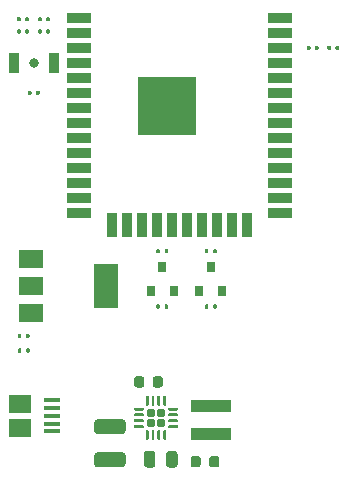
<source format=gtp>
G04 #@! TF.GenerationSoftware,KiCad,Pcbnew,(5.1.9)-1*
G04 #@! TF.CreationDate,2021-01-17T23:25:33+08:00*
G04 #@! TF.ProjectId,esp-break,6573702d-6272-4656-916b-2e6b69636164,rev?*
G04 #@! TF.SameCoordinates,Original*
G04 #@! TF.FileFunction,Paste,Top*
G04 #@! TF.FilePolarity,Positive*
%FSLAX46Y46*%
G04 Gerber Fmt 4.6, Leading zero omitted, Abs format (unit mm)*
G04 Created by KiCad (PCBNEW (5.1.9)-1) date 2021-01-17 23:25:33*
%MOMM*%
%LPD*%
G01*
G04 APERTURE LIST*
%ADD10R,0.900000X1.700000*%
%ADD11C,0.800000*%
%ADD12R,5.000000X5.000000*%
%ADD13R,2.000000X0.900000*%
%ADD14R,0.900000X2.000000*%
%ADD15R,0.800000X0.900000*%
%ADD16R,1.900000X1.500000*%
%ADD17R,1.350000X0.400000*%
%ADD18R,3.400000X0.980000*%
%ADD19R,2.000000X3.800000*%
%ADD20R,2.000000X1.500000*%
G04 APERTURE END LIST*
G36*
G01*
X114310000Y-89456250D02*
X114310000Y-88943750D01*
G75*
G02*
X114528750Y-88725000I218750J0D01*
G01*
X114966250Y-88725000D01*
G75*
G02*
X115185000Y-88943750I0J-218750D01*
G01*
X115185000Y-89456250D01*
G75*
G02*
X114966250Y-89675000I-218750J0D01*
G01*
X114528750Y-89675000D01*
G75*
G02*
X114310000Y-89456250I0J218750D01*
G01*
G37*
G36*
G01*
X112735000Y-89456250D02*
X112735000Y-88943750D01*
G75*
G02*
X112953750Y-88725000I218750J0D01*
G01*
X113391250Y-88725000D01*
G75*
G02*
X113610000Y-88943750I0J-218750D01*
G01*
X113610000Y-89456250D01*
G75*
G02*
X113391250Y-89675000I-218750J0D01*
G01*
X112953750Y-89675000D01*
G75*
G02*
X112735000Y-89456250I0J218750D01*
G01*
G37*
D10*
X105967000Y-62175000D03*
X102567000Y-62175000D03*
D11*
X104267000Y-62175000D03*
D12*
X115575000Y-65870000D03*
D13*
X108075000Y-58370000D03*
X108075000Y-59640000D03*
X108075000Y-60910000D03*
X108075000Y-62180000D03*
X108075000Y-63450000D03*
X108075000Y-64720000D03*
X108075000Y-65990000D03*
X108075000Y-67260000D03*
X108075000Y-68530000D03*
X108075000Y-69800000D03*
X108075000Y-71070000D03*
X108075000Y-72340000D03*
X108075000Y-73610000D03*
X108075000Y-74880000D03*
D14*
X110860000Y-75880000D03*
X112130000Y-75880000D03*
X113400000Y-75880000D03*
X114670000Y-75880000D03*
X115940000Y-75880000D03*
X117210000Y-75880000D03*
X118480000Y-75880000D03*
X119750000Y-75880000D03*
X121020000Y-75880000D03*
X122290000Y-75880000D03*
D13*
X125075000Y-74880000D03*
X125075000Y-73610000D03*
X125075000Y-72340000D03*
X125075000Y-71070000D03*
X125075000Y-69800000D03*
X125075000Y-68530000D03*
X125075000Y-67260000D03*
X125075000Y-65990000D03*
X125075000Y-64720000D03*
X125075000Y-63450000D03*
X125075000Y-62180000D03*
X125075000Y-60910000D03*
X125075000Y-59640000D03*
X125075000Y-58370000D03*
D15*
X115138660Y-79495980D03*
X116088660Y-81495980D03*
X114188660Y-81495980D03*
X118276300Y-81472740D03*
X120176300Y-81472740D03*
X119226300Y-79472740D03*
G36*
G01*
X103904000Y-85199500D02*
X103904000Y-85400500D01*
G75*
G02*
X103824500Y-85480000I-79500J0D01*
G01*
X103665500Y-85480000D01*
G75*
G02*
X103586000Y-85400500I0J79500D01*
G01*
X103586000Y-85199500D01*
G75*
G02*
X103665500Y-85120000I79500J0D01*
G01*
X103824500Y-85120000D01*
G75*
G02*
X103904000Y-85199500I0J-79500D01*
G01*
G37*
G36*
G01*
X103214000Y-85199500D02*
X103214000Y-85400500D01*
G75*
G02*
X103134500Y-85480000I-79500J0D01*
G01*
X102975500Y-85480000D01*
G75*
G02*
X102896000Y-85400500I0J79500D01*
G01*
X102896000Y-85199500D01*
G75*
G02*
X102975500Y-85120000I79500J0D01*
G01*
X103134500Y-85120000D01*
G75*
G02*
X103214000Y-85199500I0J-79500D01*
G01*
G37*
G36*
G01*
X103214000Y-86449500D02*
X103214000Y-86650500D01*
G75*
G02*
X103134500Y-86730000I-79500J0D01*
G01*
X102975500Y-86730000D01*
G75*
G02*
X102896000Y-86650500I0J79500D01*
G01*
X102896000Y-86449500D01*
G75*
G02*
X102975500Y-86370000I79500J0D01*
G01*
X103134500Y-86370000D01*
G75*
G02*
X103214000Y-86449500I0J-79500D01*
G01*
G37*
G36*
G01*
X103904000Y-86449500D02*
X103904000Y-86650500D01*
G75*
G02*
X103824500Y-86730000I-79500J0D01*
G01*
X103665500Y-86730000D01*
G75*
G02*
X103586000Y-86650500I0J79500D01*
G01*
X103586000Y-86449500D01*
G75*
G02*
X103665500Y-86370000I79500J0D01*
G01*
X103824500Y-86370000D01*
G75*
G02*
X103904000Y-86449500I0J-79500D01*
G01*
G37*
G36*
G01*
X103829000Y-58399500D02*
X103829000Y-58600500D01*
G75*
G02*
X103749500Y-58680000I-79500J0D01*
G01*
X103590500Y-58680000D01*
G75*
G02*
X103511000Y-58600500I0J79500D01*
G01*
X103511000Y-58399500D01*
G75*
G02*
X103590500Y-58320000I79500J0D01*
G01*
X103749500Y-58320000D01*
G75*
G02*
X103829000Y-58399500I0J-79500D01*
G01*
G37*
G36*
G01*
X103139000Y-58399500D02*
X103139000Y-58600500D01*
G75*
G02*
X103059500Y-58680000I-79500J0D01*
G01*
X102900500Y-58680000D01*
G75*
G02*
X102821000Y-58600500I0J79500D01*
G01*
X102821000Y-58399500D01*
G75*
G02*
X102900500Y-58320000I79500J0D01*
G01*
X103059500Y-58320000D01*
G75*
G02*
X103139000Y-58399500I0J-79500D01*
G01*
G37*
G36*
G01*
X103139000Y-59424500D02*
X103139000Y-59625500D01*
G75*
G02*
X103059500Y-59705000I-79500J0D01*
G01*
X102900500Y-59705000D01*
G75*
G02*
X102821000Y-59625500I0J79500D01*
G01*
X102821000Y-59424500D01*
G75*
G02*
X102900500Y-59345000I79500J0D01*
G01*
X103059500Y-59345000D01*
G75*
G02*
X103139000Y-59424500I0J-79500D01*
G01*
G37*
G36*
G01*
X103829000Y-59424500D02*
X103829000Y-59625500D01*
G75*
G02*
X103749500Y-59705000I-79500J0D01*
G01*
X103590500Y-59705000D01*
G75*
G02*
X103511000Y-59625500I0J79500D01*
G01*
X103511000Y-59424500D01*
G75*
G02*
X103590500Y-59345000I79500J0D01*
G01*
X103749500Y-59345000D01*
G75*
G02*
X103829000Y-59424500I0J-79500D01*
G01*
G37*
G36*
G01*
X105311000Y-58600500D02*
X105311000Y-58399500D01*
G75*
G02*
X105390500Y-58320000I79500J0D01*
G01*
X105549500Y-58320000D01*
G75*
G02*
X105629000Y-58399500I0J-79500D01*
G01*
X105629000Y-58600500D01*
G75*
G02*
X105549500Y-58680000I-79500J0D01*
G01*
X105390500Y-58680000D01*
G75*
G02*
X105311000Y-58600500I0J79500D01*
G01*
G37*
G36*
G01*
X104621000Y-58600500D02*
X104621000Y-58399500D01*
G75*
G02*
X104700500Y-58320000I79500J0D01*
G01*
X104859500Y-58320000D01*
G75*
G02*
X104939000Y-58399500I0J-79500D01*
G01*
X104939000Y-58600500D01*
G75*
G02*
X104859500Y-58680000I-79500J0D01*
G01*
X104700500Y-58680000D01*
G75*
G02*
X104621000Y-58600500I0J79500D01*
G01*
G37*
G36*
G01*
X103746000Y-64825500D02*
X103746000Y-64624500D01*
G75*
G02*
X103825500Y-64545000I79500J0D01*
G01*
X103984500Y-64545000D01*
G75*
G02*
X104064000Y-64624500I0J-79500D01*
G01*
X104064000Y-64825500D01*
G75*
G02*
X103984500Y-64905000I-79500J0D01*
G01*
X103825500Y-64905000D01*
G75*
G02*
X103746000Y-64825500I0J79500D01*
G01*
G37*
G36*
G01*
X104436000Y-64825500D02*
X104436000Y-64624500D01*
G75*
G02*
X104515500Y-64545000I79500J0D01*
G01*
X104674500Y-64545000D01*
G75*
G02*
X104754000Y-64624500I0J-79500D01*
G01*
X104754000Y-64825500D01*
G75*
G02*
X104674500Y-64905000I-79500J0D01*
G01*
X104515500Y-64905000D01*
G75*
G02*
X104436000Y-64825500I0J79500D01*
G01*
G37*
G36*
G01*
X130104000Y-60824500D02*
X130104000Y-61025500D01*
G75*
G02*
X130024500Y-61105000I-79500J0D01*
G01*
X129865500Y-61105000D01*
G75*
G02*
X129786000Y-61025500I0J79500D01*
G01*
X129786000Y-60824500D01*
G75*
G02*
X129865500Y-60745000I79500J0D01*
G01*
X130024500Y-60745000D01*
G75*
G02*
X130104000Y-60824500I0J-79500D01*
G01*
G37*
G36*
G01*
X129414000Y-60824500D02*
X129414000Y-61025500D01*
G75*
G02*
X129334500Y-61105000I-79500J0D01*
G01*
X129175500Y-61105000D01*
G75*
G02*
X129096000Y-61025500I0J79500D01*
G01*
X129096000Y-60824500D01*
G75*
G02*
X129175500Y-60745000I79500J0D01*
G01*
X129334500Y-60745000D01*
G75*
G02*
X129414000Y-60824500I0J-79500D01*
G01*
G37*
D16*
X103054900Y-93075000D03*
D17*
X105754900Y-91425000D03*
X105754900Y-90775000D03*
X105754900Y-93375000D03*
X105754900Y-92725000D03*
X105754900Y-92075000D03*
D16*
X103054900Y-91075000D03*
G36*
G01*
X105634000Y-59424500D02*
X105634000Y-59625500D01*
G75*
G02*
X105554500Y-59705000I-79500J0D01*
G01*
X105395500Y-59705000D01*
G75*
G02*
X105316000Y-59625500I0J79500D01*
G01*
X105316000Y-59424500D01*
G75*
G02*
X105395500Y-59345000I79500J0D01*
G01*
X105554500Y-59345000D01*
G75*
G02*
X105634000Y-59424500I0J-79500D01*
G01*
G37*
G36*
G01*
X104944000Y-59424500D02*
X104944000Y-59625500D01*
G75*
G02*
X104864500Y-59705000I-79500J0D01*
G01*
X104705500Y-59705000D01*
G75*
G02*
X104626000Y-59625500I0J79500D01*
G01*
X104626000Y-59424500D01*
G75*
G02*
X104705500Y-59345000I79500J0D01*
G01*
X104864500Y-59345000D01*
G75*
G02*
X104944000Y-59424500I0J-79500D01*
G01*
G37*
G36*
G01*
X127689000Y-60824500D02*
X127689000Y-61025500D01*
G75*
G02*
X127609500Y-61105000I-79500J0D01*
G01*
X127450500Y-61105000D01*
G75*
G02*
X127371000Y-61025500I0J79500D01*
G01*
X127371000Y-60824500D01*
G75*
G02*
X127450500Y-60745000I79500J0D01*
G01*
X127609500Y-60745000D01*
G75*
G02*
X127689000Y-60824500I0J-79500D01*
G01*
G37*
G36*
G01*
X128379000Y-60824500D02*
X128379000Y-61025500D01*
G75*
G02*
X128299500Y-61105000I-79500J0D01*
G01*
X128140500Y-61105000D01*
G75*
G02*
X128061000Y-61025500I0J79500D01*
G01*
X128061000Y-60824500D01*
G75*
G02*
X128140500Y-60745000I79500J0D01*
G01*
X128299500Y-60745000D01*
G75*
G02*
X128379000Y-60824500I0J-79500D01*
G01*
G37*
G36*
G01*
X115324660Y-82921480D02*
X115324660Y-82720480D01*
G75*
G02*
X115404160Y-82640980I79500J0D01*
G01*
X115563160Y-82640980D01*
G75*
G02*
X115642660Y-82720480I0J-79500D01*
G01*
X115642660Y-82921480D01*
G75*
G02*
X115563160Y-83000980I-79500J0D01*
G01*
X115404160Y-83000980D01*
G75*
G02*
X115324660Y-82921480I0J79500D01*
G01*
G37*
G36*
G01*
X114634660Y-82921480D02*
X114634660Y-82720480D01*
G75*
G02*
X114714160Y-82640980I79500J0D01*
G01*
X114873160Y-82640980D01*
G75*
G02*
X114952660Y-82720480I0J-79500D01*
G01*
X114952660Y-82921480D01*
G75*
G02*
X114873160Y-83000980I-79500J0D01*
G01*
X114714160Y-83000980D01*
G75*
G02*
X114634660Y-82921480I0J79500D01*
G01*
G37*
G36*
G01*
X115642660Y-78045480D02*
X115642660Y-78246480D01*
G75*
G02*
X115563160Y-78325980I-79500J0D01*
G01*
X115404160Y-78325980D01*
G75*
G02*
X115324660Y-78246480I0J79500D01*
G01*
X115324660Y-78045480D01*
G75*
G02*
X115404160Y-77965980I79500J0D01*
G01*
X115563160Y-77965980D01*
G75*
G02*
X115642660Y-78045480I0J-79500D01*
G01*
G37*
G36*
G01*
X114952660Y-78045480D02*
X114952660Y-78246480D01*
G75*
G02*
X114873160Y-78325980I-79500J0D01*
G01*
X114714160Y-78325980D01*
G75*
G02*
X114634660Y-78246480I0J79500D01*
G01*
X114634660Y-78045480D01*
G75*
G02*
X114714160Y-77965980I79500J0D01*
G01*
X114873160Y-77965980D01*
G75*
G02*
X114952660Y-78045480I0J-79500D01*
G01*
G37*
G36*
G01*
X119418100Y-82923240D02*
X119418100Y-82722240D01*
G75*
G02*
X119497600Y-82642740I79500J0D01*
G01*
X119656600Y-82642740D01*
G75*
G02*
X119736100Y-82722240I0J-79500D01*
G01*
X119736100Y-82923240D01*
G75*
G02*
X119656600Y-83002740I-79500J0D01*
G01*
X119497600Y-83002740D01*
G75*
G02*
X119418100Y-82923240I0J79500D01*
G01*
G37*
G36*
G01*
X118728100Y-82923240D02*
X118728100Y-82722240D01*
G75*
G02*
X118807600Y-82642740I79500J0D01*
G01*
X118966600Y-82642740D01*
G75*
G02*
X119046100Y-82722240I0J-79500D01*
G01*
X119046100Y-82923240D01*
G75*
G02*
X118966600Y-83002740I-79500J0D01*
G01*
X118807600Y-83002740D01*
G75*
G02*
X118728100Y-82923240I0J79500D01*
G01*
G37*
G36*
G01*
X118728100Y-78248240D02*
X118728100Y-78047240D01*
G75*
G02*
X118807600Y-77967740I79500J0D01*
G01*
X118966600Y-77967740D01*
G75*
G02*
X119046100Y-78047240I0J-79500D01*
G01*
X119046100Y-78248240D01*
G75*
G02*
X118966600Y-78327740I-79500J0D01*
G01*
X118807600Y-78327740D01*
G75*
G02*
X118728100Y-78248240I0J79500D01*
G01*
G37*
G36*
G01*
X119418100Y-78248240D02*
X119418100Y-78047240D01*
G75*
G02*
X119497600Y-77967740I79500J0D01*
G01*
X119656600Y-77967740D01*
G75*
G02*
X119736100Y-78047240I0J-79500D01*
G01*
X119736100Y-78248240D01*
G75*
G02*
X119656600Y-78327740I-79500J0D01*
G01*
X119497600Y-78327740D01*
G75*
G02*
X119418100Y-78248240I0J79500D01*
G01*
G37*
G36*
G01*
X109625000Y-92375000D02*
X111775000Y-92375000D01*
G75*
G02*
X112025000Y-92625000I0J-250000D01*
G01*
X112025000Y-93375000D01*
G75*
G02*
X111775000Y-93625000I-250000J0D01*
G01*
X109625000Y-93625000D01*
G75*
G02*
X109375000Y-93375000I0J250000D01*
G01*
X109375000Y-92625000D01*
G75*
G02*
X109625000Y-92375000I250000J0D01*
G01*
G37*
G36*
G01*
X109625000Y-95175000D02*
X111775000Y-95175000D01*
G75*
G02*
X112025000Y-95425000I0J-250000D01*
G01*
X112025000Y-96175000D01*
G75*
G02*
X111775000Y-96425000I-250000J0D01*
G01*
X109625000Y-96425000D01*
G75*
G02*
X109375000Y-96175000I0J250000D01*
G01*
X109375000Y-95425000D01*
G75*
G02*
X109625000Y-95175000I250000J0D01*
G01*
G37*
G36*
G01*
X116425000Y-95293750D02*
X116425000Y-96206250D01*
G75*
G02*
X116181250Y-96450000I-243750J0D01*
G01*
X115693750Y-96450000D01*
G75*
G02*
X115450000Y-96206250I0J243750D01*
G01*
X115450000Y-95293750D01*
G75*
G02*
X115693750Y-95050000I243750J0D01*
G01*
X116181250Y-95050000D01*
G75*
G02*
X116425000Y-95293750I0J-243750D01*
G01*
G37*
G36*
G01*
X114550000Y-95293750D02*
X114550000Y-96206250D01*
G75*
G02*
X114306250Y-96450000I-243750J0D01*
G01*
X113818750Y-96450000D01*
G75*
G02*
X113575000Y-96206250I0J243750D01*
G01*
X113575000Y-95293750D01*
G75*
G02*
X113818750Y-95050000I243750J0D01*
G01*
X114306250Y-95050000D01*
G75*
G02*
X114550000Y-95293750I0J-243750D01*
G01*
G37*
D18*
X119300000Y-91215000D03*
X119300000Y-93585000D03*
G36*
G01*
X117525000Y-96206250D02*
X117525000Y-95693750D01*
G75*
G02*
X117743750Y-95475000I218750J0D01*
G01*
X118181250Y-95475000D01*
G75*
G02*
X118400000Y-95693750I0J-218750D01*
G01*
X118400000Y-96206250D01*
G75*
G02*
X118181250Y-96425000I-218750J0D01*
G01*
X117743750Y-96425000D01*
G75*
G02*
X117525000Y-96206250I0J218750D01*
G01*
G37*
G36*
G01*
X119100000Y-96206250D02*
X119100000Y-95693750D01*
G75*
G02*
X119318750Y-95475000I218750J0D01*
G01*
X119756250Y-95475000D01*
G75*
G02*
X119975000Y-95693750I0J-218750D01*
G01*
X119975000Y-96206250D01*
G75*
G02*
X119756250Y-96425000I-218750J0D01*
G01*
X119318750Y-96425000D01*
G75*
G02*
X119100000Y-96206250I0J218750D01*
G01*
G37*
G36*
G01*
X115385000Y-92487500D02*
X115385000Y-92852500D01*
G75*
G02*
X115202500Y-93035000I-182500J0D01*
G01*
X114837500Y-93035000D01*
G75*
G02*
X114655000Y-92852500I0J182500D01*
G01*
X114655000Y-92487500D01*
G75*
G02*
X114837500Y-92305000I182500J0D01*
G01*
X115202500Y-92305000D01*
G75*
G02*
X115385000Y-92487500I0J-182500D01*
G01*
G37*
G36*
G01*
X115385000Y-91647500D02*
X115385000Y-92012500D01*
G75*
G02*
X115202500Y-92195000I-182500J0D01*
G01*
X114837500Y-92195000D01*
G75*
G02*
X114655000Y-92012500I0J182500D01*
G01*
X114655000Y-91647500D01*
G75*
G02*
X114837500Y-91465000I182500J0D01*
G01*
X115202500Y-91465000D01*
G75*
G02*
X115385000Y-91647500I0J-182500D01*
G01*
G37*
G36*
G01*
X114545000Y-92487500D02*
X114545000Y-92852500D01*
G75*
G02*
X114362500Y-93035000I-182500J0D01*
G01*
X113997500Y-93035000D01*
G75*
G02*
X113815000Y-92852500I0J182500D01*
G01*
X113815000Y-92487500D01*
G75*
G02*
X113997500Y-92305000I182500J0D01*
G01*
X114362500Y-92305000D01*
G75*
G02*
X114545000Y-92487500I0J-182500D01*
G01*
G37*
G36*
G01*
X114545000Y-91647500D02*
X114545000Y-92012500D01*
G75*
G02*
X114362500Y-92195000I-182500J0D01*
G01*
X113997500Y-92195000D01*
G75*
G02*
X113815000Y-92012500I0J182500D01*
G01*
X113815000Y-91647500D01*
G75*
G02*
X113997500Y-91465000I182500J0D01*
G01*
X114362500Y-91465000D01*
G75*
G02*
X114545000Y-91647500I0J-182500D01*
G01*
G37*
G36*
G01*
X116475000Y-92937500D02*
X116475000Y-93062500D01*
G75*
G02*
X116412500Y-93125000I-62500J0D01*
G01*
X115712500Y-93125000D01*
G75*
G02*
X115650000Y-93062500I0J62500D01*
G01*
X115650000Y-92937500D01*
G75*
G02*
X115712500Y-92875000I62500J0D01*
G01*
X116412500Y-92875000D01*
G75*
G02*
X116475000Y-92937500I0J-62500D01*
G01*
G37*
G36*
G01*
X116475000Y-92437500D02*
X116475000Y-92562500D01*
G75*
G02*
X116412500Y-92625000I-62500J0D01*
G01*
X115712500Y-92625000D01*
G75*
G02*
X115650000Y-92562500I0J62500D01*
G01*
X115650000Y-92437500D01*
G75*
G02*
X115712500Y-92375000I62500J0D01*
G01*
X116412500Y-92375000D01*
G75*
G02*
X116475000Y-92437500I0J-62500D01*
G01*
G37*
G36*
G01*
X116475000Y-91937500D02*
X116475000Y-92062500D01*
G75*
G02*
X116412500Y-92125000I-62500J0D01*
G01*
X115712500Y-92125000D01*
G75*
G02*
X115650000Y-92062500I0J62500D01*
G01*
X115650000Y-91937500D01*
G75*
G02*
X115712500Y-91875000I62500J0D01*
G01*
X116412500Y-91875000D01*
G75*
G02*
X116475000Y-91937500I0J-62500D01*
G01*
G37*
G36*
G01*
X116475000Y-91437500D02*
X116475000Y-91562500D01*
G75*
G02*
X116412500Y-91625000I-62500J0D01*
G01*
X115712500Y-91625000D01*
G75*
G02*
X115650000Y-91562500I0J62500D01*
G01*
X115650000Y-91437500D01*
G75*
G02*
X115712500Y-91375000I62500J0D01*
G01*
X116412500Y-91375000D01*
G75*
G02*
X116475000Y-91437500I0J-62500D01*
G01*
G37*
G36*
G01*
X115475000Y-90437500D02*
X115475000Y-91137500D01*
G75*
G02*
X115412500Y-91200000I-62500J0D01*
G01*
X115287500Y-91200000D01*
G75*
G02*
X115225000Y-91137500I0J62500D01*
G01*
X115225000Y-90437500D01*
G75*
G02*
X115287500Y-90375000I62500J0D01*
G01*
X115412500Y-90375000D01*
G75*
G02*
X115475000Y-90437500I0J-62500D01*
G01*
G37*
G36*
G01*
X114975000Y-90437500D02*
X114975000Y-91137500D01*
G75*
G02*
X114912500Y-91200000I-62500J0D01*
G01*
X114787500Y-91200000D01*
G75*
G02*
X114725000Y-91137500I0J62500D01*
G01*
X114725000Y-90437500D01*
G75*
G02*
X114787500Y-90375000I62500J0D01*
G01*
X114912500Y-90375000D01*
G75*
G02*
X114975000Y-90437500I0J-62500D01*
G01*
G37*
G36*
G01*
X114475000Y-90437500D02*
X114475000Y-91137500D01*
G75*
G02*
X114412500Y-91200000I-62500J0D01*
G01*
X114287500Y-91200000D01*
G75*
G02*
X114225000Y-91137500I0J62500D01*
G01*
X114225000Y-90437500D01*
G75*
G02*
X114287500Y-90375000I62500J0D01*
G01*
X114412500Y-90375000D01*
G75*
G02*
X114475000Y-90437500I0J-62500D01*
G01*
G37*
G36*
G01*
X113975000Y-90437500D02*
X113975000Y-91137500D01*
G75*
G02*
X113912500Y-91200000I-62500J0D01*
G01*
X113787500Y-91200000D01*
G75*
G02*
X113725000Y-91137500I0J62500D01*
G01*
X113725000Y-90437500D01*
G75*
G02*
X113787500Y-90375000I62500J0D01*
G01*
X113912500Y-90375000D01*
G75*
G02*
X113975000Y-90437500I0J-62500D01*
G01*
G37*
G36*
G01*
X113550000Y-91437500D02*
X113550000Y-91562500D01*
G75*
G02*
X113487500Y-91625000I-62500J0D01*
G01*
X112787500Y-91625000D01*
G75*
G02*
X112725000Y-91562500I0J62500D01*
G01*
X112725000Y-91437500D01*
G75*
G02*
X112787500Y-91375000I62500J0D01*
G01*
X113487500Y-91375000D01*
G75*
G02*
X113550000Y-91437500I0J-62500D01*
G01*
G37*
G36*
G01*
X113550000Y-91937500D02*
X113550000Y-92062500D01*
G75*
G02*
X113487500Y-92125000I-62500J0D01*
G01*
X112787500Y-92125000D01*
G75*
G02*
X112725000Y-92062500I0J62500D01*
G01*
X112725000Y-91937500D01*
G75*
G02*
X112787500Y-91875000I62500J0D01*
G01*
X113487500Y-91875000D01*
G75*
G02*
X113550000Y-91937500I0J-62500D01*
G01*
G37*
G36*
G01*
X113550000Y-92437500D02*
X113550000Y-92562500D01*
G75*
G02*
X113487500Y-92625000I-62500J0D01*
G01*
X112787500Y-92625000D01*
G75*
G02*
X112725000Y-92562500I0J62500D01*
G01*
X112725000Y-92437500D01*
G75*
G02*
X112787500Y-92375000I62500J0D01*
G01*
X113487500Y-92375000D01*
G75*
G02*
X113550000Y-92437500I0J-62500D01*
G01*
G37*
G36*
G01*
X113550000Y-92937500D02*
X113550000Y-93062500D01*
G75*
G02*
X113487500Y-93125000I-62500J0D01*
G01*
X112787500Y-93125000D01*
G75*
G02*
X112725000Y-93062500I0J62500D01*
G01*
X112725000Y-92937500D01*
G75*
G02*
X112787500Y-92875000I62500J0D01*
G01*
X113487500Y-92875000D01*
G75*
G02*
X113550000Y-92937500I0J-62500D01*
G01*
G37*
G36*
G01*
X113975000Y-93362500D02*
X113975000Y-94062500D01*
G75*
G02*
X113912500Y-94125000I-62500J0D01*
G01*
X113787500Y-94125000D01*
G75*
G02*
X113725000Y-94062500I0J62500D01*
G01*
X113725000Y-93362500D01*
G75*
G02*
X113787500Y-93300000I62500J0D01*
G01*
X113912500Y-93300000D01*
G75*
G02*
X113975000Y-93362500I0J-62500D01*
G01*
G37*
G36*
G01*
X114475000Y-93362500D02*
X114475000Y-94062500D01*
G75*
G02*
X114412500Y-94125000I-62500J0D01*
G01*
X114287500Y-94125000D01*
G75*
G02*
X114225000Y-94062500I0J62500D01*
G01*
X114225000Y-93362500D01*
G75*
G02*
X114287500Y-93300000I62500J0D01*
G01*
X114412500Y-93300000D01*
G75*
G02*
X114475000Y-93362500I0J-62500D01*
G01*
G37*
G36*
G01*
X114975000Y-93362500D02*
X114975000Y-94062500D01*
G75*
G02*
X114912500Y-94125000I-62500J0D01*
G01*
X114787500Y-94125000D01*
G75*
G02*
X114725000Y-94062500I0J62500D01*
G01*
X114725000Y-93362500D01*
G75*
G02*
X114787500Y-93300000I62500J0D01*
G01*
X114912500Y-93300000D01*
G75*
G02*
X114975000Y-93362500I0J-62500D01*
G01*
G37*
G36*
G01*
X115475000Y-93362500D02*
X115475000Y-94062500D01*
G75*
G02*
X115412500Y-94125000I-62500J0D01*
G01*
X115287500Y-94125000D01*
G75*
G02*
X115225000Y-94062500I0J62500D01*
G01*
X115225000Y-93362500D01*
G75*
G02*
X115287500Y-93300000I62500J0D01*
G01*
X115412500Y-93300000D01*
G75*
G02*
X115475000Y-93362500I0J-62500D01*
G01*
G37*
D19*
X110360000Y-81100000D03*
D20*
X104060000Y-81100000D03*
X104060000Y-83400000D03*
X104060000Y-78800000D03*
M02*

</source>
